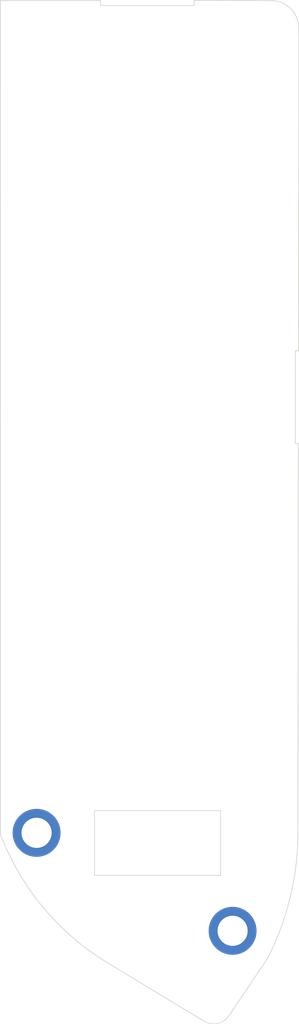
<source format=kicad_pcb>
(kicad_pcb (version 20211014) (generator pcbnew)
  (layers (0 "F.Cu" signal) (31 "B.Cu" signal) (34 "B.Paste" user) (35 "F.Paste" user) (36 "B.SilkS" user "B.Silkscreen") (37 "F.SilkS" user "F.Silkscreen") (38 "B.Mask" user) (39 "F.Mask" user) (44 "Edge.Cuts" user))
  (net 0 "")
  (footprint "swoop:M2_hole_3.5mm" (layer "F.Cu") (at 192.18796 124.83084)
    (fp_text reference "Ref**" hide)
    (fp_text value "Val**" hide)
    (pad "" thru_hole circle (at 0 0) (size 3.5 3.5) (drill 2.2) (layers F&B.Cu *.Mask))
  )
  (footprint "swoop:M2_hole_3.5mm" (layer "F.Cu") (at 177.86796 117.68084)
    (fp_text reference "Ref**" hide)
    (fp_text value "Val**" hide)
    (pad "" thru_hole circle (at 0 0) (size 3.5 3.5) (drill 2.2) (layers F&B.Cu *.Mask))
  )
  (gr_line (start 196.99 89.26) (end 196.77 89.26) (layer "Edge.Cuts") (width 0.05))
  (gr_rect (start 182.1 116.06) (end 191.31 120.79) (layer "Edge.Cuts") (width 0.05) (fill none))
  (gr_line (start 196.77 89.26) (end 196.78 82.51) (layer "Edge.Cuts") (width 0.05))
  (gr_line (start 196.947645 118.465606) (end 196.973045 106.680139) (layer "Edge.Cuts") (width 0.05))
  (gr_arc (start 195.017973 56.950704) (mid 196.432221 57.536559) (end 197.01796 58.95084) (layer "Edge.Cuts") (width 0.05))
  (gr_line (start 175.22 60.62) (end 175.22 56.95) (layer "Edge.Cuts") (width 0.05))
  (gr_line (start 197.023045 64.890139) (end 197.023045 59.810139) (layer "Edge.Cuts") (width 0.05))
  (gr_line (start 191.95 130.99) (end 194.77796 126.78084) (layer "Edge.Cuts") (width 0.05))
  (gr_line (start 175.22 60.62) (end 175.23 117.8) (layer "Edge.Cuts") (width 0.05))
  (gr_arc (start 191.95 130.99) (mid 191.068314 131.597268) (end 190.02 131.38) (layer "Edge.Cuts") (width 0.05))
  (gr_line (start 189.38 57.31) (end 189.38 56.93) (layer "Edge.Cuts") (width 0.05))
  (gr_line (start 197.01796 58.95084) (end 197.023045 59.810139) (layer "Edge.Cuts") (width 0.05))
  (gr_line (start 182.53 56.95) (end 182.53 57.31) (layer "Edge.Cuts") (width 0.05))
  (gr_line (start 197.023045 64.890139) (end 197 82.51) (layer "Edge.Cuts") (width 0.05))
  (gr_line (start 189.38 56.93) (end 195.017973 56.950704) (layer "Edge.Cuts") (width 0.05))
  (gr_line (start 182.53 57.31) (end 189.38 57.31) (layer "Edge.Cuts") (width 0.05))
  (gr_line (start 175.22 56.95) (end 182.53 56.95) (layer "Edge.Cuts") (width 0.05))
  (gr_line (start 196.78 82.51) (end 197 82.51) (layer "Edge.Cuts") (width 0.05))
  (gr_line (start 183.12 127.21) (end 190.02 131.38) (layer "Edge.Cuts") (width 0.05))
  (gr_arc (start 196.947645 118.465606) (mid 196.306498 122.738996) (end 194.77796 126.78084) (layer "Edge.Cuts") (width 0.05))
  (gr_line (start 196.99 89.26) (end 196.973045 106.680139) (layer "Edge.Cuts") (width 0.05))
  (gr_arc (start 183.12 127.21) (mid 178.385696 123.166808) (end 175.23 117.8) (layer "Edge.Cuts") (width 0.05))
)
</source>
